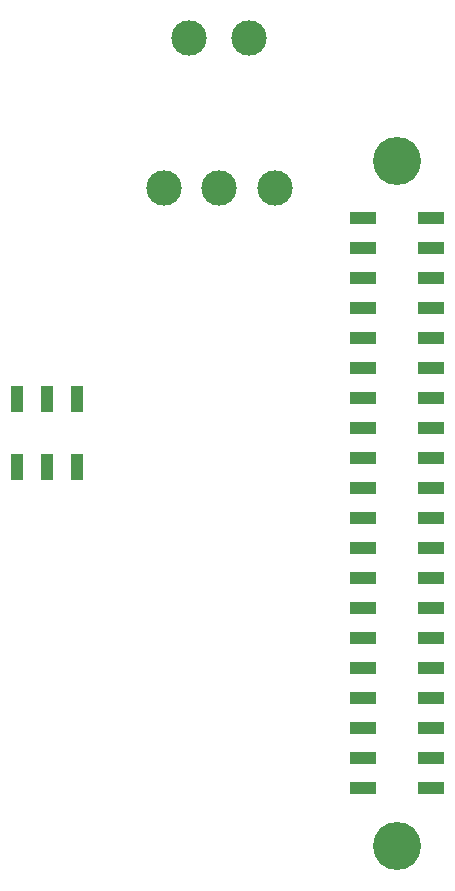
<source format=gbs>
G04 #@! TF.GenerationSoftware,KiCad,Pcbnew,(7.0.0-0)*
G04 #@! TF.CreationDate,2023-03-19T22:54:24+01:00*
G04 #@! TF.ProjectId,TinyLlama-Wavetable,54696e79-4c6c-4616-9d61-2d5761766574,rev?*
G04 #@! TF.SameCoordinates,Original*
G04 #@! TF.FileFunction,Soldermask,Bot*
G04 #@! TF.FilePolarity,Negative*
%FSLAX46Y46*%
G04 Gerber Fmt 4.6, Leading zero omitted, Abs format (unit mm)*
G04 Created by KiCad (PCBNEW (7.0.0-0)) date 2023-03-19 22:54:24*
%MOMM*%
%LPD*%
G01*
G04 APERTURE LIST*
%ADD10R,1.020000X2.300000*%
%ADD11C,4.064000*%
%ADD12C,3.000000*%
%ADD13R,2.300000X1.020000*%
G04 APERTURE END LIST*
D10*
X-27089999Y3034999D03*
X-29629999Y3034999D03*
X-32169999Y3034999D03*
X-32169999Y8834999D03*
X-29629999Y8834999D03*
X-27089999Y8834999D03*
D11*
X0Y-29000000D03*
X0Y29000000D03*
D12*
X-17590000Y39350000D03*
X-12510000Y39350000D03*
X-19750000Y26650000D03*
X-15050000Y26650000D03*
X-10350000Y26650000D03*
D13*
X-2899999Y24129999D03*
X2899999Y24129999D03*
X-2899999Y21589999D03*
X2899999Y21589999D03*
X-2899999Y19049999D03*
X2899999Y19049999D03*
X-2899999Y16509999D03*
X2899999Y16509999D03*
X-2899999Y13969999D03*
X2899999Y13969999D03*
X-2899999Y11429999D03*
X2899999Y11429999D03*
X-2899999Y8889999D03*
X2899999Y8889999D03*
X-2899999Y6349999D03*
X2899999Y6349999D03*
X-2899999Y3809999D03*
X2899999Y3809999D03*
X-2899999Y1269999D03*
X2899999Y1269999D03*
X-2899999Y-1269999D03*
X2899999Y-1269999D03*
X-2899999Y-3809999D03*
X2899999Y-3809999D03*
X-2899999Y-6349999D03*
X2899999Y-6349999D03*
X-2899999Y-8889999D03*
X2899999Y-8889999D03*
X-2899999Y-11429999D03*
X2899999Y-11429999D03*
X-2899999Y-13969999D03*
X2899999Y-13969999D03*
X-2899999Y-16509999D03*
X2899999Y-16509999D03*
X-2899999Y-19049999D03*
X2899999Y-19049999D03*
X-2899999Y-21589999D03*
X2899999Y-21589999D03*
X-2899999Y-24129999D03*
X2899999Y-24129999D03*
M02*

</source>
